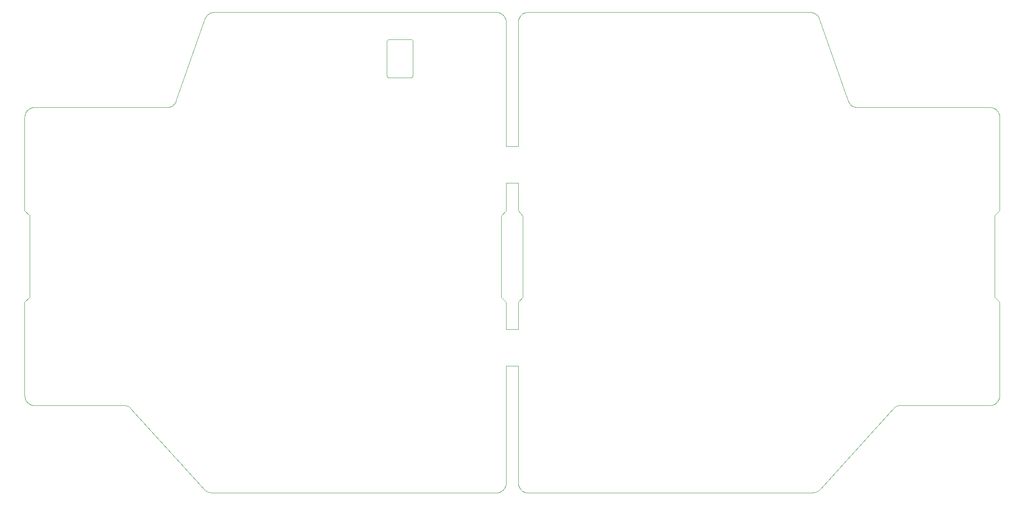
<source format=gm1>
G04 #@! TF.GenerationSoftware,KiCad,Pcbnew,(5.1.9)-1*
G04 #@! TF.CreationDate,2021-01-26T21:29:22-05:00*
G04 #@! TF.ProjectId,reviung34-split-BOTTOM,72657669-756e-4673-9334-2d73706c6974,2.0*
G04 #@! TF.SameCoordinates,Original*
G04 #@! TF.FileFunction,Profile,NP*
%FSLAX46Y46*%
G04 Gerber Fmt 4.6, Leading zero omitted, Abs format (unit mm)*
G04 Created by KiCad (PCBNEW (5.1.9)-1) date 2021-01-26 21:29:22*
%MOMM*%
%LPD*%
G01*
G04 APERTURE LIST*
G04 #@! TA.AperFunction,Profile*
%ADD10C,0.100000*%
G04 #@! TD*
G04 APERTURE END LIST*
D10*
X252660087Y-129837894D02*
X252660000Y-110330000D01*
X250656247Y-131837903D02*
X250759309Y-131835491D01*
X250759309Y-131835491D02*
X250861025Y-131827943D01*
X250861025Y-131827943D02*
X250961269Y-131815384D01*
X250961269Y-131815384D02*
X251059913Y-131797940D01*
X251059913Y-131797940D02*
X251251898Y-131748903D01*
X251251898Y-131748903D02*
X251435971Y-131681838D01*
X251435971Y-131681838D02*
X251611122Y-131597755D01*
X251611122Y-131597755D02*
X251776341Y-131497660D01*
X251776341Y-131497660D02*
X251930619Y-131382563D01*
X251930619Y-131382563D02*
X252072945Y-131253472D01*
X252072945Y-131253472D02*
X252202308Y-131111393D01*
X252202308Y-131111393D02*
X252317701Y-130957336D01*
X252317701Y-130957336D02*
X252418111Y-130792308D01*
X252418111Y-130792308D02*
X252502529Y-130617318D01*
X252502529Y-130617318D02*
X252569946Y-130433374D01*
X252569946Y-130433374D02*
X252619351Y-130241483D01*
X252619351Y-130241483D02*
X252636984Y-130142872D01*
X252636984Y-130142872D02*
X252649735Y-130042653D01*
X252649735Y-130042653D02*
X252657478Y-129940952D01*
X252657478Y-129940952D02*
X252660087Y-129837894D01*
X152559909Y-110371233D02*
X152559887Y-116040526D01*
X153518830Y-109346231D02*
X152559909Y-110371233D01*
X130651879Y-56124588D02*
X130651879Y-63124591D01*
X130151888Y-55624597D02*
X130252650Y-55634755D01*
X130252650Y-55634755D02*
X130368649Y-55673903D01*
X130368649Y-55673903D02*
X130469923Y-55738774D01*
X130469923Y-55738774D02*
X130552544Y-55825440D01*
X130552544Y-55825440D02*
X130612585Y-55929974D01*
X130612585Y-55929974D02*
X130646117Y-56048447D01*
X130646117Y-56048447D02*
X130651879Y-56124588D01*
X125751877Y-55624597D02*
X130151888Y-55624597D01*
X125251886Y-56124588D02*
X125262044Y-56023819D01*
X125262044Y-56023819D02*
X125301192Y-55907817D01*
X125301192Y-55907817D02*
X125366063Y-55806543D01*
X125366063Y-55806543D02*
X125452729Y-55723924D01*
X125452729Y-55723924D02*
X125557263Y-55663887D01*
X125557263Y-55663887D02*
X125675736Y-55630357D01*
X125675736Y-55630357D02*
X125751877Y-55624597D01*
X232051273Y-131837925D02*
X250656247Y-131837903D01*
X230568441Y-132495837D02*
X230641369Y-132419413D01*
X230641369Y-132419413D02*
X230717840Y-132347292D01*
X230717840Y-132347292D02*
X230797660Y-132279562D01*
X230797660Y-132279562D02*
X230880633Y-132216308D01*
X230880633Y-132216308D02*
X230966564Y-132157617D01*
X230966564Y-132157617D02*
X231055258Y-132103575D01*
X231055258Y-132103575D02*
X231146521Y-132054270D01*
X231146521Y-132054270D02*
X231240157Y-132009787D01*
X231240157Y-132009787D02*
X231335971Y-131970214D01*
X231335971Y-131970214D02*
X231433768Y-131935636D01*
X231433768Y-131935636D02*
X231533353Y-131906140D01*
X231533353Y-131906140D02*
X231634531Y-131881814D01*
X231634531Y-131881814D02*
X231737107Y-131862742D01*
X231737107Y-131862742D02*
X231840886Y-131849012D01*
X231840886Y-131849012D02*
X231945673Y-131840711D01*
X231945673Y-131840711D02*
X232051273Y-131837925D01*
X215310493Y-149353910D02*
X230568441Y-132495837D01*
X213827150Y-150013387D02*
X213932826Y-150010549D01*
X213932826Y-150010549D02*
X214037686Y-150002188D01*
X214037686Y-150002188D02*
X214141533Y-149988392D01*
X214141533Y-149988392D02*
X214244172Y-149969247D01*
X214244172Y-149969247D02*
X214345408Y-149944840D01*
X214345408Y-149944840D02*
X214445044Y-149915257D01*
X214445044Y-149915257D02*
X214542887Y-149880587D01*
X214542887Y-149880587D02*
X214638740Y-149840914D01*
X214638740Y-149840914D02*
X214732408Y-149796328D01*
X214732408Y-149796328D02*
X214823696Y-149746913D01*
X214823696Y-149746913D02*
X214912408Y-149692758D01*
X214912408Y-149692758D02*
X214998349Y-149633949D01*
X214998349Y-149633949D02*
X215081323Y-149570572D01*
X215081323Y-149570572D02*
X215161135Y-149502716D01*
X215161135Y-149502716D02*
X215237590Y-149430466D01*
X215237590Y-149430466D02*
X215310493Y-149353910D01*
X154560721Y-150039936D02*
X213827150Y-150013387D01*
X152559816Y-148039922D02*
X152562419Y-148142874D01*
X152562419Y-148142874D02*
X152570147Y-148244474D01*
X152570147Y-148244474D02*
X152582873Y-148344596D01*
X152582873Y-148344596D02*
X152600472Y-148443115D01*
X152600472Y-148443115D02*
X152649783Y-148634836D01*
X152649783Y-148634836D02*
X152717075Y-148818634D01*
X152717075Y-148818634D02*
X152801341Y-148993501D01*
X152801341Y-148993501D02*
X152901575Y-149158432D01*
X152901575Y-149158432D02*
X153016770Y-149312421D01*
X153016770Y-149312421D02*
X153145919Y-149454461D01*
X153145919Y-149454461D02*
X153288017Y-149583548D01*
X153288017Y-149583548D02*
X153442057Y-149698674D01*
X153442057Y-149698674D02*
X153607033Y-149798834D01*
X153607033Y-149798834D02*
X153781938Y-149883022D01*
X153781938Y-149883022D02*
X153965765Y-149950233D01*
X153965765Y-149950233D02*
X154157509Y-149999459D01*
X154157509Y-149999459D02*
X154256035Y-150017014D01*
X154256035Y-150017014D02*
X154356163Y-150029695D01*
X154356163Y-150029695D02*
X154457767Y-150037378D01*
X154457767Y-150037378D02*
X154560721Y-150039936D01*
X152559887Y-123660517D02*
X152559816Y-148039922D01*
X150020615Y-123660517D02*
X152559887Y-123660517D01*
X150020680Y-148039915D02*
X150020615Y-123660517D01*
X148019768Y-150039936D02*
X148122722Y-150037378D01*
X148122722Y-150037378D02*
X148224326Y-150029695D01*
X148224326Y-150029695D02*
X148324454Y-150017013D01*
X148324454Y-150017013D02*
X148422980Y-149999459D01*
X148422980Y-149999459D02*
X148614725Y-149950232D01*
X148614725Y-149950232D02*
X148798553Y-149883022D01*
X148798553Y-149883022D02*
X148973458Y-149798834D01*
X148973458Y-149798834D02*
X149138434Y-149698673D01*
X149138434Y-149698673D02*
X149292475Y-149583547D01*
X149292475Y-149583547D02*
X149434573Y-149454460D01*
X149434573Y-149454460D02*
X149563723Y-149312419D01*
X149563723Y-149312419D02*
X149678919Y-149158430D01*
X149678919Y-149158430D02*
X149779153Y-148993498D01*
X149779153Y-148993498D02*
X149863419Y-148818630D01*
X149863419Y-148818630D02*
X149930711Y-148634832D01*
X149930711Y-148634832D02*
X149980023Y-148443109D01*
X149980023Y-148443109D02*
X149997622Y-148344591D01*
X149997622Y-148344591D02*
X150010348Y-148244468D01*
X150010348Y-148244468D02*
X150018076Y-148142868D01*
X150018076Y-148142868D02*
X150020680Y-148039915D01*
X88753360Y-150013387D02*
X148019768Y-150039936D01*
X87270004Y-149353904D02*
X87342907Y-149430461D01*
X87342907Y-149430461D02*
X87419362Y-149502711D01*
X87419362Y-149502711D02*
X87499175Y-149570568D01*
X87499175Y-149570568D02*
X87582151Y-149633945D01*
X87582151Y-149633945D02*
X87668092Y-149692755D01*
X87668092Y-149692755D02*
X87756805Y-149746911D01*
X87756805Y-149746911D02*
X87848093Y-149796326D01*
X87848093Y-149796326D02*
X87941762Y-149840913D01*
X87941762Y-149840913D02*
X88037616Y-149880585D01*
X88037616Y-149880585D02*
X88135460Y-149915256D01*
X88135460Y-149915256D02*
X88235097Y-149944839D01*
X88235097Y-149944839D02*
X88336334Y-149969247D01*
X88336334Y-149969247D02*
X88438974Y-149988392D01*
X88438974Y-149988392D02*
X88542821Y-150002188D01*
X88542821Y-150002188D02*
X88647682Y-150010549D01*
X88647682Y-150010549D02*
X88753360Y-150013387D01*
X72012062Y-132495837D02*
X87270004Y-149353904D01*
X70529229Y-131837925D02*
X70634828Y-131840711D01*
X70634828Y-131840711D02*
X70739616Y-131849012D01*
X70739616Y-131849012D02*
X70843395Y-131862742D01*
X70843395Y-131862742D02*
X70945971Y-131881814D01*
X70945971Y-131881814D02*
X71047149Y-131906140D01*
X71047149Y-131906140D02*
X71146734Y-131935636D01*
X71146734Y-131935636D02*
X71244531Y-131970214D01*
X71244531Y-131970214D02*
X71340345Y-132009787D01*
X71340345Y-132009787D02*
X71433981Y-132054270D01*
X71433981Y-132054270D02*
X71525244Y-132103575D01*
X71525244Y-132103575D02*
X71613938Y-132157617D01*
X71613938Y-132157617D02*
X71699869Y-132216308D01*
X71699869Y-132216308D02*
X71782842Y-132279562D01*
X71782842Y-132279562D02*
X71862662Y-132347292D01*
X71862662Y-132347292D02*
X71939133Y-132419413D01*
X71939133Y-132419413D02*
X72012062Y-132495837D01*
X51924256Y-131837903D02*
X70529229Y-131837925D01*
X49920416Y-129837894D02*
X49923024Y-129940952D01*
X49923024Y-129940952D02*
X49930767Y-130042653D01*
X49930767Y-130042653D02*
X49943518Y-130142872D01*
X49943518Y-130142872D02*
X49961150Y-130241483D01*
X49961150Y-130241483D02*
X50010555Y-130433374D01*
X50010555Y-130433374D02*
X50077972Y-130617318D01*
X50077972Y-130617318D02*
X50162390Y-130792308D01*
X50162390Y-130792308D02*
X50262801Y-130957336D01*
X50262801Y-130957336D02*
X50378193Y-131111393D01*
X50378193Y-131111393D02*
X50507557Y-131253472D01*
X50507557Y-131253472D02*
X50649882Y-131382563D01*
X50649882Y-131382563D02*
X50804160Y-131497660D01*
X50804160Y-131497660D02*
X50969379Y-131597755D01*
X50969379Y-131597755D02*
X51144531Y-131681838D01*
X51144531Y-131681838D02*
X51328604Y-131748903D01*
X51328604Y-131748903D02*
X51520589Y-131797940D01*
X51520589Y-131797940D02*
X51619233Y-131815384D01*
X51619233Y-131815384D02*
X51719476Y-131827943D01*
X51719476Y-131827943D02*
X51821193Y-131835491D01*
X51821193Y-131835491D02*
X51924256Y-131837903D01*
X49920502Y-110330000D02*
X49920416Y-129837894D01*
X50938269Y-109304998D02*
X49920502Y-110330000D01*
X50938269Y-92323003D02*
X50938269Y-109304998D01*
X49920438Y-91275543D02*
X50938269Y-92323003D01*
X49920438Y-71800547D02*
X49920438Y-91275543D01*
X51920445Y-69800540D02*
X51817524Y-69803142D01*
X51817524Y-69803142D02*
X51715955Y-69810865D01*
X51715955Y-69810865D02*
X51615863Y-69823584D01*
X51615863Y-69823584D02*
X51517373Y-69841173D01*
X51517373Y-69841173D02*
X51325703Y-69890456D01*
X51325703Y-69890456D02*
X51141951Y-69957710D01*
X51141951Y-69957710D02*
X50967122Y-70041930D01*
X50967122Y-70041930D02*
X50802221Y-70142109D01*
X50802221Y-70142109D02*
X50648254Y-70257244D01*
X50648254Y-70257244D02*
X50506226Y-70386328D01*
X50506226Y-70386328D02*
X50377142Y-70528356D01*
X50377142Y-70528356D02*
X50262007Y-70682324D01*
X50262007Y-70682324D02*
X50161827Y-70847225D01*
X50161827Y-70847225D02*
X50077608Y-71022054D01*
X50077608Y-71022054D02*
X50010354Y-71205806D01*
X50010354Y-71205806D02*
X49961071Y-71397475D01*
X49961071Y-71397475D02*
X49943482Y-71495965D01*
X49943482Y-71495965D02*
X49930763Y-71596057D01*
X49930763Y-71596057D02*
X49923040Y-71697626D01*
X49923040Y-71697626D02*
X49920438Y-71800547D01*
X79514927Y-69800540D02*
X51920445Y-69800540D01*
X81402605Y-68461341D02*
X81344469Y-68608566D01*
X81344469Y-68608566D02*
X81275734Y-68749181D01*
X81275734Y-68749181D02*
X81196959Y-68882787D01*
X81196959Y-68882787D02*
X81108707Y-69008985D01*
X81108707Y-69008985D02*
X81011540Y-69127378D01*
X81011540Y-69127378D02*
X80906019Y-69237566D01*
X80906019Y-69237566D02*
X80792706Y-69339151D01*
X80792706Y-69339151D02*
X80672163Y-69431735D01*
X80672163Y-69431735D02*
X80544951Y-69514920D01*
X80544951Y-69514920D02*
X80411632Y-69588305D01*
X80411632Y-69588305D02*
X80272768Y-69651494D01*
X80272768Y-69651494D02*
X80128920Y-69704088D01*
X80128920Y-69704088D02*
X79980650Y-69745688D01*
X79980650Y-69745688D02*
X79828520Y-69775895D01*
X79828520Y-69775895D02*
X79673092Y-69794312D01*
X79673092Y-69794312D02*
X79514927Y-69800540D01*
X87396466Y-51338790D02*
X81402605Y-68461341D01*
X89284142Y-49999595D02*
X89125977Y-50005818D01*
X89125977Y-50005818D02*
X88970549Y-50024232D01*
X88970549Y-50024232D02*
X88818419Y-50054438D01*
X88818419Y-50054438D02*
X88670149Y-50096036D01*
X88670149Y-50096036D02*
X88526301Y-50148628D01*
X88526301Y-50148628D02*
X88387436Y-50211817D01*
X88387436Y-50211817D02*
X88254116Y-50285203D01*
X88254116Y-50285203D02*
X88126904Y-50368387D01*
X88126904Y-50368387D02*
X88006360Y-50460971D01*
X88006360Y-50460971D02*
X87893046Y-50562558D01*
X87893046Y-50562558D02*
X87787525Y-50672747D01*
X87787525Y-50672747D02*
X87690358Y-50791140D01*
X87690358Y-50791140D02*
X87602107Y-50917340D01*
X87602107Y-50917340D02*
X87523333Y-51050947D01*
X87523333Y-51050947D02*
X87454599Y-51191563D01*
X87454599Y-51191563D02*
X87396466Y-51338790D01*
X148020587Y-49999617D02*
X89284142Y-49999595D01*
X150020594Y-51999624D02*
X150017991Y-51896703D01*
X150017991Y-51896703D02*
X150010268Y-51795134D01*
X150010268Y-51795134D02*
X149997549Y-51695042D01*
X149997549Y-51695042D02*
X149979960Y-51596552D01*
X149979960Y-51596552D02*
X149930677Y-51404883D01*
X149930677Y-51404883D02*
X149863423Y-51221131D01*
X149863423Y-51221131D02*
X149779203Y-51046302D01*
X149779203Y-51046302D02*
X149679024Y-50881401D01*
X149679024Y-50881401D02*
X149563889Y-50727433D01*
X149563889Y-50727433D02*
X149434805Y-50585405D01*
X149434805Y-50585405D02*
X149292777Y-50456321D01*
X149292777Y-50456321D02*
X149138809Y-50341186D01*
X149138809Y-50341186D02*
X148973908Y-50241007D01*
X148973908Y-50241007D02*
X148799079Y-50156787D01*
X148799079Y-50156787D02*
X148615327Y-50089533D01*
X148615327Y-50089533D02*
X148423658Y-50040250D01*
X148423658Y-50040250D02*
X148325168Y-50022661D01*
X148325168Y-50022661D02*
X148225076Y-50009942D01*
X148225076Y-50009942D02*
X148123507Y-50002219D01*
X148123507Y-50002219D02*
X148020587Y-49999617D01*
X150020594Y-77940526D02*
X150020594Y-51999624D01*
X152559909Y-77940526D02*
X150020594Y-77940526D01*
X152559909Y-51999625D02*
X152559909Y-77940526D01*
X154559916Y-49999617D02*
X154456995Y-50002219D01*
X154456995Y-50002219D02*
X154355426Y-50009942D01*
X154355426Y-50009942D02*
X154255334Y-50022661D01*
X154255334Y-50022661D02*
X154156844Y-50040250D01*
X154156844Y-50040250D02*
X153965174Y-50089533D01*
X153965174Y-50089533D02*
X153781422Y-50156787D01*
X153781422Y-50156787D02*
X153606593Y-50241007D01*
X153606593Y-50241007D02*
X153441692Y-50341186D01*
X153441692Y-50341186D02*
X153287725Y-50456321D01*
X153287725Y-50456321D02*
X153145697Y-50585405D01*
X153145697Y-50585405D02*
X153016613Y-50727434D01*
X153016613Y-50727434D02*
X152901478Y-50881401D01*
X152901478Y-50881401D02*
X152801298Y-51046302D01*
X152801298Y-51046302D02*
X152717079Y-51221131D01*
X152717079Y-51221131D02*
X152649825Y-51404883D01*
X152649825Y-51404883D02*
X152600542Y-51596553D01*
X152600542Y-51596553D02*
X152582953Y-51695043D01*
X152582953Y-51695043D02*
X152570234Y-51795135D01*
X152570234Y-51795135D02*
X152562511Y-51896704D01*
X152562511Y-51896704D02*
X152559909Y-51999625D01*
X213296361Y-49999595D02*
X154559916Y-49999617D01*
X215184036Y-51338790D02*
X215125902Y-51191563D01*
X215125902Y-51191563D02*
X215057168Y-51050947D01*
X215057168Y-51050947D02*
X214978394Y-50917340D01*
X214978394Y-50917340D02*
X214890143Y-50791140D01*
X214890143Y-50791140D02*
X214792976Y-50672747D01*
X214792976Y-50672747D02*
X214687455Y-50562558D01*
X214687455Y-50562558D02*
X214574141Y-50460971D01*
X214574141Y-50460971D02*
X214453597Y-50368387D01*
X214453597Y-50368387D02*
X214326385Y-50285203D01*
X214326385Y-50285203D02*
X214193065Y-50211817D01*
X214193065Y-50211817D02*
X214054200Y-50148628D01*
X214054200Y-50148628D02*
X213910352Y-50096036D01*
X213910352Y-50096036D02*
X213762082Y-50054438D01*
X213762082Y-50054438D02*
X213609952Y-50024232D01*
X213609952Y-50024232D02*
X213454525Y-50005818D01*
X213454525Y-50005818D02*
X213296361Y-49999595D01*
X221177900Y-68461345D02*
X215184036Y-51338790D01*
X223065570Y-69800540D02*
X222907405Y-69794312D01*
X222907405Y-69794312D02*
X222751977Y-69775895D01*
X222751977Y-69775895D02*
X222599848Y-69745688D01*
X222599848Y-69745688D02*
X222451578Y-69704088D01*
X222451578Y-69704088D02*
X222307731Y-69651495D01*
X222307731Y-69651495D02*
X222168868Y-69588306D01*
X222168868Y-69588306D02*
X222035549Y-69514920D01*
X222035549Y-69514920D02*
X221908338Y-69431737D01*
X221908338Y-69431737D02*
X221787795Y-69339153D01*
X221787795Y-69339153D02*
X221674483Y-69237568D01*
X221674483Y-69237568D02*
X221568962Y-69127380D01*
X221568962Y-69127380D02*
X221471796Y-69008988D01*
X221471796Y-69008988D02*
X221383544Y-68882789D01*
X221383544Y-68882789D02*
X221304770Y-68749184D01*
X221304770Y-68749184D02*
X221236035Y-68608569D01*
X221236035Y-68608569D02*
X221177900Y-68461345D01*
X150020594Y-91316776D02*
X150020594Y-85560517D01*
X149061673Y-92364236D02*
X150020594Y-91316776D01*
X149061673Y-109346231D02*
X149061673Y-92364236D01*
X150020594Y-110371233D02*
X149061673Y-109346231D01*
X150020615Y-116040526D02*
X150020594Y-110371233D01*
X152559887Y-116040526D02*
X150020615Y-116040526D01*
X125251886Y-63124591D02*
X125251886Y-56124588D01*
X125751877Y-63624582D02*
X125651108Y-63614424D01*
X125651108Y-63614424D02*
X125535106Y-63575278D01*
X125535106Y-63575278D02*
X125433832Y-63510411D01*
X125433832Y-63510411D02*
X125351213Y-63423747D01*
X125351213Y-63423747D02*
X125291176Y-63319213D01*
X125291176Y-63319213D02*
X125257646Y-63200736D01*
X125257646Y-63200736D02*
X125251886Y-63124591D01*
X130151867Y-63624604D02*
X125751877Y-63624582D01*
X130651879Y-63124591D02*
X130641720Y-63225360D01*
X130641720Y-63225360D02*
X130602571Y-63341365D01*
X130602571Y-63341365D02*
X130537699Y-63442644D01*
X130537699Y-63442644D02*
X130451030Y-63525268D01*
X130451030Y-63525268D02*
X130346492Y-63585310D01*
X130346492Y-63585310D02*
X130228013Y-63618842D01*
X130228013Y-63618842D02*
X130151867Y-63624604D01*
X153518830Y-92364236D02*
X153518830Y-109346231D01*
X152559909Y-91316776D02*
X153518830Y-92364236D01*
X152559909Y-85560517D02*
X152559909Y-91316776D01*
X150020594Y-85560517D02*
X152559909Y-85560517D01*
X252660065Y-91275543D02*
X252660065Y-71800547D01*
X251642233Y-92323003D02*
X252660065Y-91275543D01*
X250660058Y-69800540D02*
X223065570Y-69800540D01*
X252660065Y-71800547D02*
X252657462Y-71697626D01*
X252657462Y-71697626D02*
X252649739Y-71596057D01*
X252649739Y-71596057D02*
X252637020Y-71495965D01*
X252637020Y-71495965D02*
X252619431Y-71397475D01*
X252619431Y-71397475D02*
X252570148Y-71205806D01*
X252570148Y-71205806D02*
X252502894Y-71022054D01*
X252502894Y-71022054D02*
X252418674Y-70847225D01*
X252418674Y-70847225D02*
X252318495Y-70682324D01*
X252318495Y-70682324D02*
X252203360Y-70528356D01*
X252203360Y-70528356D02*
X252074276Y-70386328D01*
X252074276Y-70386328D02*
X251932248Y-70257244D01*
X251932248Y-70257244D02*
X251778280Y-70142109D01*
X251778280Y-70142109D02*
X251613379Y-70041930D01*
X251613379Y-70041930D02*
X251438550Y-69957710D01*
X251438550Y-69957710D02*
X251254798Y-69890456D01*
X251254798Y-69890456D02*
X251063129Y-69841173D01*
X251063129Y-69841173D02*
X250964639Y-69823584D01*
X250964639Y-69823584D02*
X250864547Y-69810865D01*
X250864547Y-69810865D02*
X250762978Y-69803142D01*
X250762978Y-69803142D02*
X250660058Y-69800540D01*
X251642233Y-109304998D02*
X251642233Y-92323003D01*
X252660000Y-110330000D02*
X251642233Y-109304998D01*
M02*

</source>
